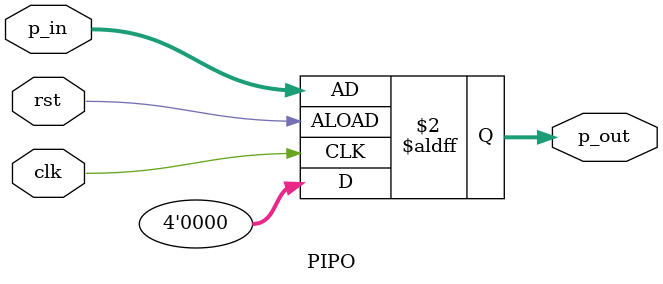
<source format=v>
module PIPO(input clk, rst,
		input [3:0]p_in,
		output reg [3:0]p_out);
	always@(posedge clk or negedge rst)
	begin
		if(rst)
			p_out <= 0;
		else 
			p_out = p_in;
	end
endmodule

	


</source>
